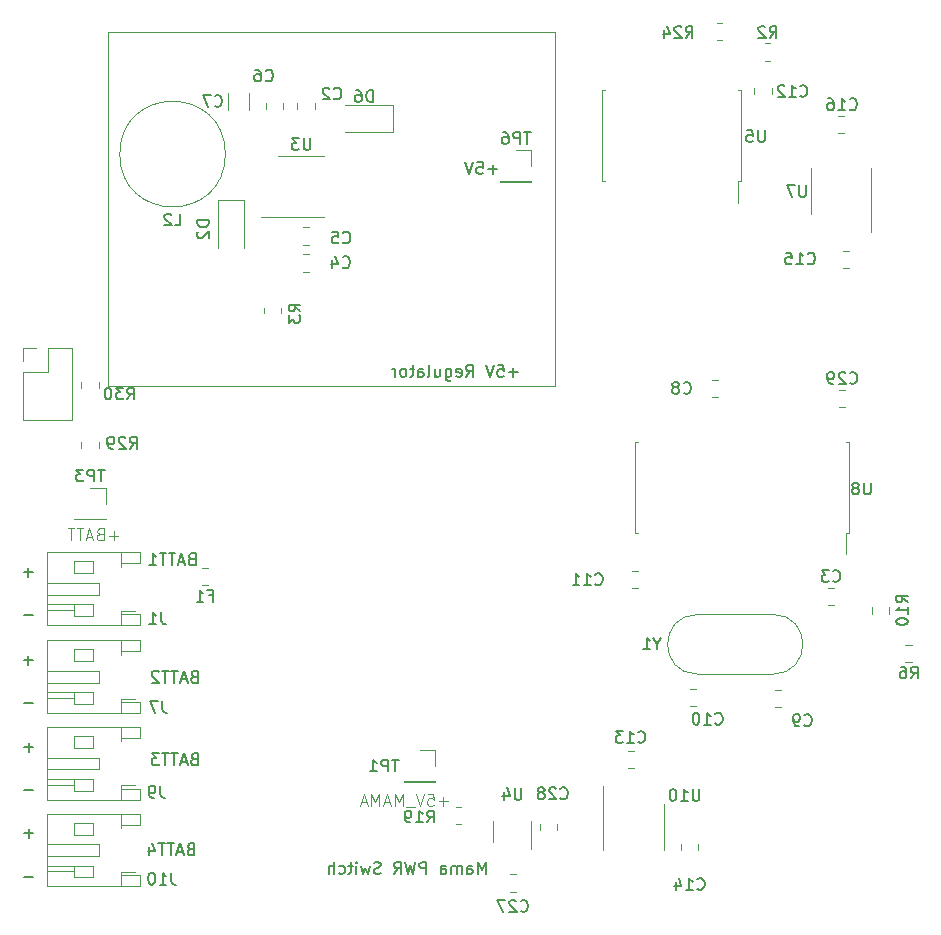
<source format=gbr>
G04 #@! TF.GenerationSoftware,KiCad,Pcbnew,(6.0.1)*
G04 #@! TF.CreationDate,2022-05-21T23:11:01-04:00*
G04 #@! TF.ProjectId,payload2020_papa_board,7061796c-6f61-4643-9230-32305f706170,rev?*
G04 #@! TF.SameCoordinates,Original*
G04 #@! TF.FileFunction,Legend,Bot*
G04 #@! TF.FilePolarity,Positive*
%FSLAX46Y46*%
G04 Gerber Fmt 4.6, Leading zero omitted, Abs format (unit mm)*
G04 Created by KiCad (PCBNEW (6.0.1)) date 2022-05-21 23:11:01*
%MOMM*%
%LPD*%
G01*
G04 APERTURE LIST*
%ADD10C,0.120000*%
%ADD11C,0.150000*%
%ADD12C,0.100000*%
G04 APERTURE END LIST*
D10*
X10160000Y-1905000D02*
X48006000Y-1905000D01*
X48006000Y-1905000D02*
X48006000Y-31877000D01*
X48006000Y-31877000D02*
X10160000Y-31877000D01*
X10160000Y-31877000D02*
X10160000Y-1905000D01*
D11*
X44885904Y-30678428D02*
X44124000Y-30678428D01*
X44504952Y-31059380D02*
X44504952Y-30297476D01*
X43171619Y-30059380D02*
X43647809Y-30059380D01*
X43695428Y-30535571D01*
X43647809Y-30487952D01*
X43552571Y-30440333D01*
X43314476Y-30440333D01*
X43219238Y-30487952D01*
X43171619Y-30535571D01*
X43124000Y-30630809D01*
X43124000Y-30868904D01*
X43171619Y-30964142D01*
X43219238Y-31011761D01*
X43314476Y-31059380D01*
X43552571Y-31059380D01*
X43647809Y-31011761D01*
X43695428Y-30964142D01*
X42838285Y-30059380D02*
X42504952Y-31059380D01*
X42171619Y-30059380D01*
X40504952Y-31059380D02*
X40838285Y-30583190D01*
X41076380Y-31059380D02*
X41076380Y-30059380D01*
X40695428Y-30059380D01*
X40600190Y-30107000D01*
X40552571Y-30154619D01*
X40504952Y-30249857D01*
X40504952Y-30392714D01*
X40552571Y-30487952D01*
X40600190Y-30535571D01*
X40695428Y-30583190D01*
X41076380Y-30583190D01*
X39695428Y-31011761D02*
X39790666Y-31059380D01*
X39981142Y-31059380D01*
X40076380Y-31011761D01*
X40124000Y-30916523D01*
X40124000Y-30535571D01*
X40076380Y-30440333D01*
X39981142Y-30392714D01*
X39790666Y-30392714D01*
X39695428Y-30440333D01*
X39647809Y-30535571D01*
X39647809Y-30630809D01*
X40124000Y-30726047D01*
X38790666Y-30392714D02*
X38790666Y-31202238D01*
X38838285Y-31297476D01*
X38885904Y-31345095D01*
X38981142Y-31392714D01*
X39124000Y-31392714D01*
X39219238Y-31345095D01*
X38790666Y-31011761D02*
X38885904Y-31059380D01*
X39076380Y-31059380D01*
X39171619Y-31011761D01*
X39219238Y-30964142D01*
X39266857Y-30868904D01*
X39266857Y-30583190D01*
X39219238Y-30487952D01*
X39171619Y-30440333D01*
X39076380Y-30392714D01*
X38885904Y-30392714D01*
X38790666Y-30440333D01*
X37885904Y-30392714D02*
X37885904Y-31059380D01*
X38314476Y-30392714D02*
X38314476Y-30916523D01*
X38266857Y-31011761D01*
X38171619Y-31059380D01*
X38028761Y-31059380D01*
X37933523Y-31011761D01*
X37885904Y-30964142D01*
X37266857Y-31059380D02*
X37362095Y-31011761D01*
X37409714Y-30916523D01*
X37409714Y-30059380D01*
X36457333Y-31059380D02*
X36457333Y-30535571D01*
X36504952Y-30440333D01*
X36600190Y-30392714D01*
X36790666Y-30392714D01*
X36885904Y-30440333D01*
X36457333Y-31011761D02*
X36552571Y-31059380D01*
X36790666Y-31059380D01*
X36885904Y-31011761D01*
X36933523Y-30916523D01*
X36933523Y-30821285D01*
X36885904Y-30726047D01*
X36790666Y-30678428D01*
X36552571Y-30678428D01*
X36457333Y-30630809D01*
X36124000Y-30392714D02*
X35743047Y-30392714D01*
X35981142Y-30059380D02*
X35981142Y-30916523D01*
X35933523Y-31011761D01*
X35838285Y-31059380D01*
X35743047Y-31059380D01*
X35266857Y-31059380D02*
X35362095Y-31011761D01*
X35409714Y-30964142D01*
X35457333Y-30868904D01*
X35457333Y-30583190D01*
X35409714Y-30487952D01*
X35362095Y-30440333D01*
X35266857Y-30392714D01*
X35124000Y-30392714D01*
X35028761Y-30440333D01*
X34981142Y-30487952D01*
X34933523Y-30583190D01*
X34933523Y-30868904D01*
X34981142Y-30964142D01*
X35028761Y-31011761D01*
X35124000Y-31059380D01*
X35266857Y-31059380D01*
X34504952Y-31059380D02*
X34504952Y-30392714D01*
X34504952Y-30583190D02*
X34457333Y-30487952D01*
X34409714Y-30440333D01*
X34314476Y-30392714D01*
X34219238Y-30392714D01*
X17165438Y-71048571D02*
X17022580Y-71096190D01*
X16974961Y-71143809D01*
X16927342Y-71239047D01*
X16927342Y-71381904D01*
X16974961Y-71477142D01*
X17022580Y-71524761D01*
X17117819Y-71572380D01*
X17498771Y-71572380D01*
X17498771Y-70572380D01*
X17165438Y-70572380D01*
X17070200Y-70620000D01*
X17022580Y-70667619D01*
X16974961Y-70762857D01*
X16974961Y-70858095D01*
X17022580Y-70953333D01*
X17070200Y-71000952D01*
X17165438Y-71048571D01*
X17498771Y-71048571D01*
X16546390Y-71286666D02*
X16070200Y-71286666D01*
X16641628Y-71572380D02*
X16308295Y-70572380D01*
X15974961Y-71572380D01*
X15784485Y-70572380D02*
X15213057Y-70572380D01*
X15498771Y-71572380D02*
X15498771Y-70572380D01*
X15022580Y-70572380D02*
X14451152Y-70572380D01*
X14736866Y-71572380D02*
X14736866Y-70572380D01*
X13689247Y-70905714D02*
X13689247Y-71572380D01*
X13927342Y-70524761D02*
X14165438Y-71239047D01*
X13546390Y-71239047D01*
X17470238Y-63428571D02*
X17327380Y-63476190D01*
X17279761Y-63523809D01*
X17232142Y-63619047D01*
X17232142Y-63761904D01*
X17279761Y-63857142D01*
X17327380Y-63904761D01*
X17422619Y-63952380D01*
X17803571Y-63952380D01*
X17803571Y-62952380D01*
X17470238Y-62952380D01*
X17375000Y-63000000D01*
X17327380Y-63047619D01*
X17279761Y-63142857D01*
X17279761Y-63238095D01*
X17327380Y-63333333D01*
X17375000Y-63380952D01*
X17470238Y-63428571D01*
X17803571Y-63428571D01*
X16851190Y-63666666D02*
X16375000Y-63666666D01*
X16946428Y-63952380D02*
X16613095Y-62952380D01*
X16279761Y-63952380D01*
X16089285Y-62952380D02*
X15517857Y-62952380D01*
X15803571Y-63952380D02*
X15803571Y-62952380D01*
X15327380Y-62952380D02*
X14755952Y-62952380D01*
X15041666Y-63952380D02*
X15041666Y-62952380D01*
X14517857Y-62952380D02*
X13898809Y-62952380D01*
X14232142Y-63333333D01*
X14089285Y-63333333D01*
X13994047Y-63380952D01*
X13946428Y-63428571D01*
X13898809Y-63523809D01*
X13898809Y-63761904D01*
X13946428Y-63857142D01*
X13994047Y-63904761D01*
X14089285Y-63952380D01*
X14375000Y-63952380D01*
X14470238Y-63904761D01*
X14517857Y-63857142D01*
X17470238Y-56443571D02*
X17327380Y-56491190D01*
X17279761Y-56538809D01*
X17232142Y-56634047D01*
X17232142Y-56776904D01*
X17279761Y-56872142D01*
X17327380Y-56919761D01*
X17422619Y-56967380D01*
X17803571Y-56967380D01*
X17803571Y-55967380D01*
X17470238Y-55967380D01*
X17375000Y-56015000D01*
X17327380Y-56062619D01*
X17279761Y-56157857D01*
X17279761Y-56253095D01*
X17327380Y-56348333D01*
X17375000Y-56395952D01*
X17470238Y-56443571D01*
X17803571Y-56443571D01*
X16851190Y-56681666D02*
X16375000Y-56681666D01*
X16946428Y-56967380D02*
X16613095Y-55967380D01*
X16279761Y-56967380D01*
X16089285Y-55967380D02*
X15517857Y-55967380D01*
X15803571Y-56967380D02*
X15803571Y-55967380D01*
X15327380Y-55967380D02*
X14755952Y-55967380D01*
X15041666Y-56967380D02*
X15041666Y-55967380D01*
X14470238Y-56062619D02*
X14422619Y-56015000D01*
X14327380Y-55967380D01*
X14089285Y-55967380D01*
X13994047Y-56015000D01*
X13946428Y-56062619D01*
X13898809Y-56157857D01*
X13898809Y-56253095D01*
X13946428Y-56395952D01*
X14517857Y-56967380D01*
X13898809Y-56967380D01*
X17267038Y-46486771D02*
X17124180Y-46534390D01*
X17076561Y-46582009D01*
X17028942Y-46677247D01*
X17028942Y-46820104D01*
X17076561Y-46915342D01*
X17124180Y-46962961D01*
X17219419Y-47010580D01*
X17600371Y-47010580D01*
X17600371Y-46010580D01*
X17267038Y-46010580D01*
X17171800Y-46058200D01*
X17124180Y-46105819D01*
X17076561Y-46201057D01*
X17076561Y-46296295D01*
X17124180Y-46391533D01*
X17171800Y-46439152D01*
X17267038Y-46486771D01*
X17600371Y-46486771D01*
X16647990Y-46724866D02*
X16171800Y-46724866D01*
X16743228Y-47010580D02*
X16409895Y-46010580D01*
X16076561Y-47010580D01*
X15886085Y-46010580D02*
X15314657Y-46010580D01*
X15600371Y-47010580D02*
X15600371Y-46010580D01*
X15124180Y-46010580D02*
X14552752Y-46010580D01*
X14838466Y-47010580D02*
X14838466Y-46010580D01*
X13695609Y-47010580D02*
X14267038Y-47010580D01*
X13981323Y-47010580D02*
X13981323Y-46010580D01*
X14076561Y-46153438D01*
X14171800Y-46248676D01*
X14267038Y-46296295D01*
X42177457Y-73147180D02*
X42177457Y-72147180D01*
X41844123Y-72861466D01*
X41510790Y-72147180D01*
X41510790Y-73147180D01*
X40606028Y-73147180D02*
X40606028Y-72623371D01*
X40653647Y-72528133D01*
X40748885Y-72480514D01*
X40939361Y-72480514D01*
X41034600Y-72528133D01*
X40606028Y-73099561D02*
X40701266Y-73147180D01*
X40939361Y-73147180D01*
X41034600Y-73099561D01*
X41082219Y-73004323D01*
X41082219Y-72909085D01*
X41034600Y-72813847D01*
X40939361Y-72766228D01*
X40701266Y-72766228D01*
X40606028Y-72718609D01*
X40129838Y-73147180D02*
X40129838Y-72480514D01*
X40129838Y-72575752D02*
X40082219Y-72528133D01*
X39986980Y-72480514D01*
X39844123Y-72480514D01*
X39748885Y-72528133D01*
X39701266Y-72623371D01*
X39701266Y-73147180D01*
X39701266Y-72623371D02*
X39653647Y-72528133D01*
X39558409Y-72480514D01*
X39415552Y-72480514D01*
X39320314Y-72528133D01*
X39272695Y-72623371D01*
X39272695Y-73147180D01*
X38367933Y-73147180D02*
X38367933Y-72623371D01*
X38415552Y-72528133D01*
X38510790Y-72480514D01*
X38701266Y-72480514D01*
X38796504Y-72528133D01*
X38367933Y-73099561D02*
X38463171Y-73147180D01*
X38701266Y-73147180D01*
X38796504Y-73099561D01*
X38844123Y-73004323D01*
X38844123Y-72909085D01*
X38796504Y-72813847D01*
X38701266Y-72766228D01*
X38463171Y-72766228D01*
X38367933Y-72718609D01*
X37129838Y-73147180D02*
X37129838Y-72147180D01*
X36748885Y-72147180D01*
X36653647Y-72194800D01*
X36606028Y-72242419D01*
X36558409Y-72337657D01*
X36558409Y-72480514D01*
X36606028Y-72575752D01*
X36653647Y-72623371D01*
X36748885Y-72670990D01*
X37129838Y-72670990D01*
X36225076Y-72147180D02*
X35986980Y-73147180D01*
X35796504Y-72432895D01*
X35606028Y-73147180D01*
X35367933Y-72147180D01*
X34415552Y-73147180D02*
X34748885Y-72670990D01*
X34986980Y-73147180D02*
X34986980Y-72147180D01*
X34606028Y-72147180D01*
X34510790Y-72194800D01*
X34463171Y-72242419D01*
X34415552Y-72337657D01*
X34415552Y-72480514D01*
X34463171Y-72575752D01*
X34510790Y-72623371D01*
X34606028Y-72670990D01*
X34986980Y-72670990D01*
X33272695Y-73099561D02*
X33129838Y-73147180D01*
X32891742Y-73147180D01*
X32796504Y-73099561D01*
X32748885Y-73051942D01*
X32701266Y-72956704D01*
X32701266Y-72861466D01*
X32748885Y-72766228D01*
X32796504Y-72718609D01*
X32891742Y-72670990D01*
X33082219Y-72623371D01*
X33177457Y-72575752D01*
X33225076Y-72528133D01*
X33272695Y-72432895D01*
X33272695Y-72337657D01*
X33225076Y-72242419D01*
X33177457Y-72194800D01*
X33082219Y-72147180D01*
X32844123Y-72147180D01*
X32701266Y-72194800D01*
X32367933Y-72480514D02*
X32177457Y-73147180D01*
X31986980Y-72670990D01*
X31796504Y-73147180D01*
X31606028Y-72480514D01*
X31225076Y-73147180D02*
X31225076Y-72480514D01*
X31225076Y-72147180D02*
X31272695Y-72194800D01*
X31225076Y-72242419D01*
X31177457Y-72194800D01*
X31225076Y-72147180D01*
X31225076Y-72242419D01*
X30891742Y-72480514D02*
X30510790Y-72480514D01*
X30748885Y-72147180D02*
X30748885Y-73004323D01*
X30701266Y-73099561D01*
X30606028Y-73147180D01*
X30510790Y-73147180D01*
X29748885Y-73099561D02*
X29844123Y-73147180D01*
X30034600Y-73147180D01*
X30129838Y-73099561D01*
X30177457Y-73051942D01*
X30225076Y-72956704D01*
X30225076Y-72670990D01*
X30177457Y-72575752D01*
X30129838Y-72528133D01*
X30034600Y-72480514D01*
X29844123Y-72480514D01*
X29748885Y-72528133D01*
X29320314Y-73147180D02*
X29320314Y-72147180D01*
X28891742Y-73147180D02*
X28891742Y-72623371D01*
X28939361Y-72528133D01*
X29034600Y-72480514D01*
X29177457Y-72480514D01*
X29272695Y-72528133D01*
X29320314Y-72575752D01*
X3807952Y-55082428D02*
X3046047Y-55082428D01*
X3427000Y-55463380D02*
X3427000Y-54701476D01*
X3807952Y-58682428D02*
X3046047Y-58682428D01*
X3857952Y-62432428D02*
X3096047Y-62432428D01*
X3477000Y-62813380D02*
X3477000Y-62051476D01*
X3857952Y-66032428D02*
X3096047Y-66032428D01*
X3857952Y-69732428D02*
X3096047Y-69732428D01*
X3477000Y-70113380D02*
X3477000Y-69351476D01*
D12*
X11048428Y-44521428D02*
X10286523Y-44521428D01*
X10667476Y-44902380D02*
X10667476Y-44140476D01*
X9477000Y-44378571D02*
X9334142Y-44426190D01*
X9286523Y-44473809D01*
X9238904Y-44569047D01*
X9238904Y-44711904D01*
X9286523Y-44807142D01*
X9334142Y-44854761D01*
X9429380Y-44902380D01*
X9810333Y-44902380D01*
X9810333Y-43902380D01*
X9477000Y-43902380D01*
X9381761Y-43950000D01*
X9334142Y-43997619D01*
X9286523Y-44092857D01*
X9286523Y-44188095D01*
X9334142Y-44283333D01*
X9381761Y-44330952D01*
X9477000Y-44378571D01*
X9810333Y-44378571D01*
X8857952Y-44616666D02*
X8381761Y-44616666D01*
X8953190Y-44902380D02*
X8619857Y-43902380D01*
X8286523Y-44902380D01*
X8096047Y-43902380D02*
X7524619Y-43902380D01*
X7810333Y-44902380D02*
X7810333Y-43902380D01*
X7334142Y-43902380D02*
X6762714Y-43902380D01*
X7048428Y-44902380D02*
X7048428Y-43902380D01*
D11*
X3807952Y-51232428D02*
X3046047Y-51232428D01*
D12*
X38972666Y-67000428D02*
X38210761Y-67000428D01*
X38591714Y-67381380D02*
X38591714Y-66619476D01*
X37258380Y-66381380D02*
X37734571Y-66381380D01*
X37782190Y-66857571D01*
X37734571Y-66809952D01*
X37639333Y-66762333D01*
X37401238Y-66762333D01*
X37306000Y-66809952D01*
X37258380Y-66857571D01*
X37210761Y-66952809D01*
X37210761Y-67190904D01*
X37258380Y-67286142D01*
X37306000Y-67333761D01*
X37401238Y-67381380D01*
X37639333Y-67381380D01*
X37734571Y-67333761D01*
X37782190Y-67286142D01*
X36925047Y-66381380D02*
X36591714Y-67381380D01*
X36258380Y-66381380D01*
X36163142Y-67476619D02*
X35401238Y-67476619D01*
X35163142Y-67381380D02*
X35163142Y-66381380D01*
X34829809Y-67095666D01*
X34496476Y-66381380D01*
X34496476Y-67381380D01*
X34067904Y-67095666D02*
X33591714Y-67095666D01*
X34163142Y-67381380D02*
X33829809Y-66381380D01*
X33496476Y-67381380D01*
X33163142Y-67381380D02*
X33163142Y-66381380D01*
X32829809Y-67095666D01*
X32496476Y-66381380D01*
X32496476Y-67381380D01*
X32067904Y-67095666D02*
X31591714Y-67095666D01*
X32163142Y-67381380D02*
X31829809Y-66381380D01*
X31496476Y-67381380D01*
D11*
X3807952Y-47632428D02*
X3046047Y-47632428D01*
X3427000Y-48013380D02*
X3427000Y-47251476D01*
X43144914Y-13508028D02*
X42383009Y-13508028D01*
X42763961Y-13888980D02*
X42763961Y-13127076D01*
X41430628Y-12888980D02*
X41906819Y-12888980D01*
X41954438Y-13365171D01*
X41906819Y-13317552D01*
X41811580Y-13269933D01*
X41573485Y-13269933D01*
X41478247Y-13317552D01*
X41430628Y-13365171D01*
X41383009Y-13460409D01*
X41383009Y-13698504D01*
X41430628Y-13793742D01*
X41478247Y-13841361D01*
X41573485Y-13888980D01*
X41811580Y-13888980D01*
X41906819Y-13841361D01*
X41954438Y-13793742D01*
X41097295Y-12888980D02*
X40763961Y-13888980D01*
X40430628Y-12888980D01*
X3857952Y-73382428D02*
X3096047Y-73382428D01*
X69146666Y-60547142D02*
X69194285Y-60594761D01*
X69337142Y-60642380D01*
X69432380Y-60642380D01*
X69575238Y-60594761D01*
X69670476Y-60499523D01*
X69718095Y-60404285D01*
X69765714Y-60213809D01*
X69765714Y-60070952D01*
X69718095Y-59880476D01*
X69670476Y-59785238D01*
X69575238Y-59690000D01*
X69432380Y-59642380D01*
X69337142Y-59642380D01*
X69194285Y-59690000D01*
X69146666Y-59737619D01*
X68670476Y-60642380D02*
X68480000Y-60642380D01*
X68384761Y-60594761D01*
X68337142Y-60547142D01*
X68241904Y-60404285D01*
X68194285Y-60213809D01*
X68194285Y-59832857D01*
X68241904Y-59737619D01*
X68289523Y-59690000D01*
X68384761Y-59642380D01*
X68575238Y-59642380D01*
X68670476Y-59690000D01*
X68718095Y-59737619D01*
X68765714Y-59832857D01*
X68765714Y-60070952D01*
X68718095Y-60166190D01*
X68670476Y-60213809D01*
X68575238Y-60261428D01*
X68384761Y-60261428D01*
X68289523Y-60213809D01*
X68241904Y-60166190D01*
X68194285Y-60070952D01*
X61602857Y-60417142D02*
X61650476Y-60464761D01*
X61793333Y-60512380D01*
X61888571Y-60512380D01*
X62031428Y-60464761D01*
X62126666Y-60369523D01*
X62174285Y-60274285D01*
X62221904Y-60083809D01*
X62221904Y-59940952D01*
X62174285Y-59750476D01*
X62126666Y-59655238D01*
X62031428Y-59560000D01*
X61888571Y-59512380D01*
X61793333Y-59512380D01*
X61650476Y-59560000D01*
X61602857Y-59607619D01*
X60650476Y-60512380D02*
X61221904Y-60512380D01*
X60936190Y-60512380D02*
X60936190Y-59512380D01*
X61031428Y-59655238D01*
X61126666Y-59750476D01*
X61221904Y-59798095D01*
X60031428Y-59512380D02*
X59936190Y-59512380D01*
X59840952Y-59560000D01*
X59793333Y-59607619D01*
X59745714Y-59702857D01*
X59698095Y-59893333D01*
X59698095Y-60131428D01*
X59745714Y-60321904D01*
X59793333Y-60417142D01*
X59840952Y-60464761D01*
X59936190Y-60512380D01*
X60031428Y-60512380D01*
X60126666Y-60464761D01*
X60174285Y-60417142D01*
X60221904Y-60321904D01*
X60269523Y-60131428D01*
X60269523Y-59893333D01*
X60221904Y-59702857D01*
X60174285Y-59607619D01*
X60126666Y-59560000D01*
X60031428Y-59512380D01*
X60260075Y-65967040D02*
X60260075Y-66776564D01*
X60212456Y-66871802D01*
X60164837Y-66919421D01*
X60069599Y-66967040D01*
X59879122Y-66967040D01*
X59783884Y-66919421D01*
X59736265Y-66871802D01*
X59688646Y-66776564D01*
X59688646Y-65967040D01*
X58688646Y-66967040D02*
X59260075Y-66967040D01*
X58974360Y-66967040D02*
X58974360Y-65967040D01*
X59069599Y-66109898D01*
X59164837Y-66205136D01*
X59260075Y-66252755D01*
X58069599Y-65967040D02*
X57974360Y-65967040D01*
X57879122Y-66014660D01*
X57831503Y-66062279D01*
X57783884Y-66157517D01*
X57736265Y-66347993D01*
X57736265Y-66586088D01*
X57783884Y-66776564D01*
X57831503Y-66871802D01*
X57879122Y-66919421D01*
X57974360Y-66967040D01*
X58069599Y-66967040D01*
X58164837Y-66919421D01*
X58212456Y-66871802D01*
X58260075Y-66776564D01*
X58307694Y-66586088D01*
X58307694Y-66347993D01*
X58260075Y-66157517D01*
X58212456Y-66062279D01*
X58164837Y-66014660D01*
X58069599Y-65967040D01*
X18740380Y-17823904D02*
X17740380Y-17823904D01*
X17740380Y-18062000D01*
X17788000Y-18204857D01*
X17883238Y-18300095D01*
X17978476Y-18347714D01*
X18168952Y-18395333D01*
X18311809Y-18395333D01*
X18502285Y-18347714D01*
X18597523Y-18300095D01*
X18692761Y-18204857D01*
X18740380Y-18062000D01*
X18740380Y-17823904D01*
X17835619Y-18776285D02*
X17788000Y-18823904D01*
X17740380Y-18919142D01*
X17740380Y-19157238D01*
X17788000Y-19252476D01*
X17835619Y-19300095D01*
X17930857Y-19347714D01*
X18026095Y-19347714D01*
X18168952Y-19300095D01*
X18740380Y-18728666D01*
X18740380Y-19347714D01*
X15824166Y-18252380D02*
X16300357Y-18252380D01*
X16300357Y-17252380D01*
X15538452Y-17347619D02*
X15490833Y-17300000D01*
X15395595Y-17252380D01*
X15157500Y-17252380D01*
X15062261Y-17300000D01*
X15014642Y-17347619D01*
X14967023Y-17442857D01*
X14967023Y-17538095D01*
X15014642Y-17680952D01*
X15586071Y-18252380D01*
X14967023Y-18252380D01*
X30047266Y-21771342D02*
X30094885Y-21818961D01*
X30237742Y-21866580D01*
X30332980Y-21866580D01*
X30475838Y-21818961D01*
X30571076Y-21723723D01*
X30618695Y-21628485D01*
X30666314Y-21438009D01*
X30666314Y-21295152D01*
X30618695Y-21104676D01*
X30571076Y-21009438D01*
X30475838Y-20914200D01*
X30332980Y-20866580D01*
X30237742Y-20866580D01*
X30094885Y-20914200D01*
X30047266Y-20961819D01*
X29190123Y-21199914D02*
X29190123Y-21866580D01*
X29428219Y-20818961D02*
X29666314Y-21533247D01*
X29047266Y-21533247D01*
X30069186Y-19679242D02*
X30116805Y-19726861D01*
X30259662Y-19774480D01*
X30354900Y-19774480D01*
X30497758Y-19726861D01*
X30592996Y-19631623D01*
X30640615Y-19536385D01*
X30688234Y-19345909D01*
X30688234Y-19203052D01*
X30640615Y-19012576D01*
X30592996Y-18917338D01*
X30497758Y-18822100D01*
X30354900Y-18774480D01*
X30259662Y-18774480D01*
X30116805Y-18822100D01*
X30069186Y-18869719D01*
X29164424Y-18774480D02*
X29640615Y-18774480D01*
X29688234Y-19250671D01*
X29640615Y-19203052D01*
X29545377Y-19155433D01*
X29307281Y-19155433D01*
X29212043Y-19203052D01*
X29164424Y-19250671D01*
X29116805Y-19345909D01*
X29116805Y-19584004D01*
X29164424Y-19679242D01*
X29212043Y-19726861D01*
X29307281Y-19774480D01*
X29545377Y-19774480D01*
X29640615Y-19726861D01*
X29688234Y-19679242D01*
X23534666Y-5965142D02*
X23582285Y-6012761D01*
X23725142Y-6060380D01*
X23820380Y-6060380D01*
X23963238Y-6012761D01*
X24058476Y-5917523D01*
X24106095Y-5822285D01*
X24153714Y-5631809D01*
X24153714Y-5488952D01*
X24106095Y-5298476D01*
X24058476Y-5203238D01*
X23963238Y-5108000D01*
X23820380Y-5060380D01*
X23725142Y-5060380D01*
X23582285Y-5108000D01*
X23534666Y-5155619D01*
X22677523Y-5060380D02*
X22868000Y-5060380D01*
X22963238Y-5108000D01*
X23010857Y-5155619D01*
X23106095Y-5298476D01*
X23153714Y-5488952D01*
X23153714Y-5869904D01*
X23106095Y-5965142D01*
X23058476Y-6012761D01*
X22963238Y-6060380D01*
X22772761Y-6060380D01*
X22677523Y-6012761D01*
X22629904Y-5965142D01*
X22582285Y-5869904D01*
X22582285Y-5631809D01*
X22629904Y-5536571D01*
X22677523Y-5488952D01*
X22772761Y-5441333D01*
X22963238Y-5441333D01*
X23058476Y-5488952D01*
X23106095Y-5536571D01*
X23153714Y-5631809D01*
X27329404Y-10862380D02*
X27329404Y-11671904D01*
X27281785Y-11767142D01*
X27234166Y-11814761D01*
X27138928Y-11862380D01*
X26948452Y-11862380D01*
X26853214Y-11814761D01*
X26805595Y-11767142D01*
X26757976Y-11671904D01*
X26757976Y-10862380D01*
X26377023Y-10862380D02*
X25757976Y-10862380D01*
X26091309Y-11243333D01*
X25948452Y-11243333D01*
X25853214Y-11290952D01*
X25805595Y-11338571D01*
X25757976Y-11433809D01*
X25757976Y-11671904D01*
X25805595Y-11767142D01*
X25853214Y-11814761D01*
X25948452Y-11862380D01*
X26234166Y-11862380D01*
X26329404Y-11814761D01*
X26377023Y-11767142D01*
X45118257Y-76272342D02*
X45165876Y-76319961D01*
X45308733Y-76367580D01*
X45403971Y-76367580D01*
X45546828Y-76319961D01*
X45642066Y-76224723D01*
X45689685Y-76129485D01*
X45737304Y-75939009D01*
X45737304Y-75796152D01*
X45689685Y-75605676D01*
X45642066Y-75510438D01*
X45546828Y-75415200D01*
X45403971Y-75367580D01*
X45308733Y-75367580D01*
X45165876Y-75415200D01*
X45118257Y-75462819D01*
X44737304Y-75462819D02*
X44689685Y-75415200D01*
X44594447Y-75367580D01*
X44356352Y-75367580D01*
X44261114Y-75415200D01*
X44213495Y-75462819D01*
X44165876Y-75558057D01*
X44165876Y-75653295D01*
X44213495Y-75796152D01*
X44784923Y-76367580D01*
X44165876Y-76367580D01*
X43832542Y-75367580D02*
X43165876Y-75367580D01*
X43594447Y-76367580D01*
X48487012Y-66737768D02*
X48534631Y-66785387D01*
X48677488Y-66833006D01*
X48772726Y-66833006D01*
X48915583Y-66785387D01*
X49010821Y-66690149D01*
X49058440Y-66594911D01*
X49106059Y-66404435D01*
X49106059Y-66261578D01*
X49058440Y-66071102D01*
X49010821Y-65975864D01*
X48915583Y-65880626D01*
X48772726Y-65833006D01*
X48677488Y-65833006D01*
X48534631Y-65880626D01*
X48487012Y-65928245D01*
X48106059Y-65928245D02*
X48058440Y-65880626D01*
X47963202Y-65833006D01*
X47725107Y-65833006D01*
X47629869Y-65880626D01*
X47582250Y-65928245D01*
X47534631Y-66023483D01*
X47534631Y-66118721D01*
X47582250Y-66261578D01*
X48153678Y-66833006D01*
X47534631Y-66833006D01*
X46963202Y-66261578D02*
X47058440Y-66213959D01*
X47106059Y-66166340D01*
X47153678Y-66071102D01*
X47153678Y-66023483D01*
X47106059Y-65928245D01*
X47058440Y-65880626D01*
X46963202Y-65833006D01*
X46772726Y-65833006D01*
X46677488Y-65880626D01*
X46629869Y-65928245D01*
X46582250Y-66023483D01*
X46582250Y-66071102D01*
X46629869Y-66166340D01*
X46677488Y-66213959D01*
X46772726Y-66261578D01*
X46963202Y-66261578D01*
X47058440Y-66309197D01*
X47106059Y-66356816D01*
X47153678Y-66452054D01*
X47153678Y-66642530D01*
X47106059Y-66737768D01*
X47058440Y-66785387D01*
X46963202Y-66833006D01*
X46772726Y-66833006D01*
X46677488Y-66785387D01*
X46629869Y-66737768D01*
X46582250Y-66642530D01*
X46582250Y-66452054D01*
X46629869Y-66356816D01*
X46677488Y-66309197D01*
X46772726Y-66261578D01*
X45186504Y-65867980D02*
X45186504Y-66677504D01*
X45138885Y-66772742D01*
X45091266Y-66820361D01*
X44996028Y-66867980D01*
X44805552Y-66867980D01*
X44710314Y-66820361D01*
X44662695Y-66772742D01*
X44615076Y-66677504D01*
X44615076Y-65867980D01*
X43710314Y-66201314D02*
X43710314Y-66867980D01*
X43948409Y-65820361D02*
X44186504Y-66534647D01*
X43567457Y-66534647D01*
X55069977Y-61956902D02*
X55117596Y-62004521D01*
X55260453Y-62052140D01*
X55355691Y-62052140D01*
X55498548Y-62004521D01*
X55593786Y-61909283D01*
X55641405Y-61814045D01*
X55689024Y-61623569D01*
X55689024Y-61480712D01*
X55641405Y-61290236D01*
X55593786Y-61194998D01*
X55498548Y-61099760D01*
X55355691Y-61052140D01*
X55260453Y-61052140D01*
X55117596Y-61099760D01*
X55069977Y-61147379D01*
X54117596Y-62052140D02*
X54689024Y-62052140D01*
X54403310Y-62052140D02*
X54403310Y-61052140D01*
X54498548Y-61194998D01*
X54593786Y-61290236D01*
X54689024Y-61337855D01*
X53784262Y-61052140D02*
X53165215Y-61052140D01*
X53498548Y-61433093D01*
X53355691Y-61433093D01*
X53260453Y-61480712D01*
X53212834Y-61528331D01*
X53165215Y-61623569D01*
X53165215Y-61861664D01*
X53212834Y-61956902D01*
X53260453Y-62004521D01*
X53355691Y-62052140D01*
X53641405Y-62052140D01*
X53736643Y-62004521D01*
X53784262Y-61956902D01*
X56701190Y-53676190D02*
X56701190Y-54152380D01*
X57034523Y-53152380D02*
X56701190Y-53676190D01*
X56367857Y-53152380D01*
X55510714Y-54152380D02*
X56082142Y-54152380D01*
X55796428Y-54152380D02*
X55796428Y-53152380D01*
X55891666Y-53295238D01*
X55986904Y-53390476D01*
X56082142Y-53438095D01*
X60078857Y-74418142D02*
X60126476Y-74465761D01*
X60269333Y-74513380D01*
X60364571Y-74513380D01*
X60507428Y-74465761D01*
X60602666Y-74370523D01*
X60650285Y-74275285D01*
X60697904Y-74084809D01*
X60697904Y-73941952D01*
X60650285Y-73751476D01*
X60602666Y-73656238D01*
X60507428Y-73561000D01*
X60364571Y-73513380D01*
X60269333Y-73513380D01*
X60126476Y-73561000D01*
X60078857Y-73608619D01*
X59126476Y-74513380D02*
X59697904Y-74513380D01*
X59412190Y-74513380D02*
X59412190Y-73513380D01*
X59507428Y-73656238D01*
X59602666Y-73751476D01*
X59697904Y-73799095D01*
X58269333Y-73846714D02*
X58269333Y-74513380D01*
X58507428Y-73465761D02*
X58745523Y-74180047D01*
X58126476Y-74180047D01*
X65801144Y-10181020D02*
X65801144Y-10990544D01*
X65753525Y-11085782D01*
X65705906Y-11133401D01*
X65610668Y-11181020D01*
X65420192Y-11181020D01*
X65324954Y-11133401D01*
X65277335Y-11085782D01*
X65229716Y-10990544D01*
X65229716Y-10181020D01*
X64277335Y-10181020D02*
X64753525Y-10181020D01*
X64801144Y-10657211D01*
X64753525Y-10609592D01*
X64658287Y-10561973D01*
X64420192Y-10561973D01*
X64324954Y-10609592D01*
X64277335Y-10657211D01*
X64229716Y-10752449D01*
X64229716Y-10990544D01*
X64277335Y-11085782D01*
X64324954Y-11133401D01*
X64420192Y-11181020D01*
X64658287Y-11181020D01*
X64753525Y-11133401D01*
X64801144Y-11085782D01*
X59102737Y-2382460D02*
X59436070Y-1906270D01*
X59674165Y-2382460D02*
X59674165Y-1382460D01*
X59293213Y-1382460D01*
X59197975Y-1430080D01*
X59150356Y-1477699D01*
X59102737Y-1572937D01*
X59102737Y-1715794D01*
X59150356Y-1811032D01*
X59197975Y-1858651D01*
X59293213Y-1906270D01*
X59674165Y-1906270D01*
X58721784Y-1477699D02*
X58674165Y-1430080D01*
X58578927Y-1382460D01*
X58340832Y-1382460D01*
X58245594Y-1430080D01*
X58197975Y-1477699D01*
X58150356Y-1572937D01*
X58150356Y-1668175D01*
X58197975Y-1811032D01*
X58769403Y-2382460D01*
X58150356Y-2382460D01*
X57293213Y-1715794D02*
X57293213Y-2382460D01*
X57531308Y-1334841D02*
X57769403Y-2049127D01*
X57150356Y-2049127D01*
X69270784Y-14829220D02*
X69270784Y-15638744D01*
X69223165Y-15733982D01*
X69175546Y-15781601D01*
X69080308Y-15829220D01*
X68889832Y-15829220D01*
X68794594Y-15781601D01*
X68746975Y-15733982D01*
X68699356Y-15638744D01*
X68699356Y-14829220D01*
X68318403Y-14829220D02*
X67651737Y-14829220D01*
X68080308Y-15829220D01*
X68787657Y-7269942D02*
X68835276Y-7317561D01*
X68978133Y-7365180D01*
X69073371Y-7365180D01*
X69216228Y-7317561D01*
X69311466Y-7222323D01*
X69359085Y-7127085D01*
X69406704Y-6936609D01*
X69406704Y-6793752D01*
X69359085Y-6603276D01*
X69311466Y-6508038D01*
X69216228Y-6412800D01*
X69073371Y-6365180D01*
X68978133Y-6365180D01*
X68835276Y-6412800D01*
X68787657Y-6460419D01*
X67835276Y-7365180D02*
X68406704Y-7365180D01*
X68120990Y-7365180D02*
X68120990Y-6365180D01*
X68216228Y-6508038D01*
X68311466Y-6603276D01*
X68406704Y-6650895D01*
X67454323Y-6460419D02*
X67406704Y-6412800D01*
X67311466Y-6365180D01*
X67073371Y-6365180D01*
X66978133Y-6412800D01*
X66930514Y-6460419D01*
X66882895Y-6555657D01*
X66882895Y-6650895D01*
X66930514Y-6793752D01*
X67501942Y-7365180D01*
X66882895Y-7365180D01*
X72974437Y-8390842D02*
X73022056Y-8438461D01*
X73164913Y-8486080D01*
X73260151Y-8486080D01*
X73403008Y-8438461D01*
X73498246Y-8343223D01*
X73545865Y-8247985D01*
X73593484Y-8057509D01*
X73593484Y-7914652D01*
X73545865Y-7724176D01*
X73498246Y-7628938D01*
X73403008Y-7533700D01*
X73260151Y-7486080D01*
X73164913Y-7486080D01*
X73022056Y-7533700D01*
X72974437Y-7581319D01*
X72022056Y-8486080D02*
X72593484Y-8486080D01*
X72307770Y-8486080D02*
X72307770Y-7486080D01*
X72403008Y-7628938D01*
X72498246Y-7724176D01*
X72593484Y-7771795D01*
X71164913Y-7486080D02*
X71355389Y-7486080D01*
X71450627Y-7533700D01*
X71498246Y-7581319D01*
X71593484Y-7724176D01*
X71641103Y-7914652D01*
X71641103Y-8295604D01*
X71593484Y-8390842D01*
X71545865Y-8438461D01*
X71450627Y-8486080D01*
X71260151Y-8486080D01*
X71164913Y-8438461D01*
X71117294Y-8390842D01*
X71069675Y-8295604D01*
X71069675Y-8057509D01*
X71117294Y-7962271D01*
X71164913Y-7914652D01*
X71260151Y-7867033D01*
X71450627Y-7867033D01*
X71545865Y-7914652D01*
X71593484Y-7962271D01*
X71641103Y-8057509D01*
X69422657Y-21448222D02*
X69470276Y-21495841D01*
X69613133Y-21543460D01*
X69708371Y-21543460D01*
X69851228Y-21495841D01*
X69946466Y-21400603D01*
X69994085Y-21305365D01*
X70041704Y-21114889D01*
X70041704Y-20972032D01*
X69994085Y-20781556D01*
X69946466Y-20686318D01*
X69851228Y-20591080D01*
X69708371Y-20543460D01*
X69613133Y-20543460D01*
X69470276Y-20591080D01*
X69422657Y-20638699D01*
X68470276Y-21543460D02*
X69041704Y-21543460D01*
X68755990Y-21543460D02*
X68755990Y-20543460D01*
X68851228Y-20686318D01*
X68946466Y-20781556D01*
X69041704Y-20829175D01*
X67565514Y-20543460D02*
X68041704Y-20543460D01*
X68089323Y-21019651D01*
X68041704Y-20972032D01*
X67946466Y-20924413D01*
X67708371Y-20924413D01*
X67613133Y-20972032D01*
X67565514Y-21019651D01*
X67517895Y-21114889D01*
X67517895Y-21352984D01*
X67565514Y-21448222D01*
X67613133Y-21495841D01*
X67708371Y-21543460D01*
X67946466Y-21543460D01*
X68041704Y-21495841D01*
X68089323Y-21448222D01*
X71553666Y-48342742D02*
X71601285Y-48390361D01*
X71744142Y-48437980D01*
X71839380Y-48437980D01*
X71982238Y-48390361D01*
X72077476Y-48295123D01*
X72125095Y-48199885D01*
X72172714Y-48009409D01*
X72172714Y-47866552D01*
X72125095Y-47676076D01*
X72077476Y-47580838D01*
X71982238Y-47485600D01*
X71839380Y-47437980D01*
X71744142Y-47437980D01*
X71601285Y-47485600D01*
X71553666Y-47533219D01*
X71220333Y-47437980D02*
X70601285Y-47437980D01*
X70934619Y-47818933D01*
X70791761Y-47818933D01*
X70696523Y-47866552D01*
X70648904Y-47914171D01*
X70601285Y-48009409D01*
X70601285Y-48247504D01*
X70648904Y-48342742D01*
X70696523Y-48390361D01*
X70791761Y-48437980D01*
X71077476Y-48437980D01*
X71172714Y-48390361D01*
X71220333Y-48342742D01*
X58916666Y-32432142D02*
X58964285Y-32479761D01*
X59107142Y-32527380D01*
X59202380Y-32527380D01*
X59345238Y-32479761D01*
X59440476Y-32384523D01*
X59488095Y-32289285D01*
X59535714Y-32098809D01*
X59535714Y-31955952D01*
X59488095Y-31765476D01*
X59440476Y-31670238D01*
X59345238Y-31575000D01*
X59202380Y-31527380D01*
X59107142Y-31527380D01*
X58964285Y-31575000D01*
X58916666Y-31622619D01*
X58345238Y-31955952D02*
X58440476Y-31908333D01*
X58488095Y-31860714D01*
X58535714Y-31765476D01*
X58535714Y-31717857D01*
X58488095Y-31622619D01*
X58440476Y-31575000D01*
X58345238Y-31527380D01*
X58154761Y-31527380D01*
X58059523Y-31575000D01*
X58011904Y-31622619D01*
X57964285Y-31717857D01*
X57964285Y-31765476D01*
X58011904Y-31860714D01*
X58059523Y-31908333D01*
X58154761Y-31955952D01*
X58345238Y-31955952D01*
X58440476Y-32003571D01*
X58488095Y-32051190D01*
X58535714Y-32146428D01*
X58535714Y-32336904D01*
X58488095Y-32432142D01*
X58440476Y-32479761D01*
X58345238Y-32527380D01*
X58154761Y-32527380D01*
X58059523Y-32479761D01*
X58011904Y-32432142D01*
X57964285Y-32336904D01*
X57964285Y-32146428D01*
X58011904Y-32051190D01*
X58059523Y-32003571D01*
X58154761Y-31955952D01*
X51442857Y-48617142D02*
X51490476Y-48664761D01*
X51633333Y-48712380D01*
X51728571Y-48712380D01*
X51871428Y-48664761D01*
X51966666Y-48569523D01*
X52014285Y-48474285D01*
X52061904Y-48283809D01*
X52061904Y-48140952D01*
X52014285Y-47950476D01*
X51966666Y-47855238D01*
X51871428Y-47760000D01*
X51728571Y-47712380D01*
X51633333Y-47712380D01*
X51490476Y-47760000D01*
X51442857Y-47807619D01*
X50490476Y-48712380D02*
X51061904Y-48712380D01*
X50776190Y-48712380D02*
X50776190Y-47712380D01*
X50871428Y-47855238D01*
X50966666Y-47950476D01*
X51061904Y-47998095D01*
X49538095Y-48712380D02*
X50109523Y-48712380D01*
X49823809Y-48712380D02*
X49823809Y-47712380D01*
X49919047Y-47855238D01*
X50014285Y-47950476D01*
X50109523Y-47998095D01*
X72995057Y-31578742D02*
X73042676Y-31626361D01*
X73185533Y-31673980D01*
X73280771Y-31673980D01*
X73423628Y-31626361D01*
X73518866Y-31531123D01*
X73566485Y-31435885D01*
X73614104Y-31245409D01*
X73614104Y-31102552D01*
X73566485Y-30912076D01*
X73518866Y-30816838D01*
X73423628Y-30721600D01*
X73280771Y-30673980D01*
X73185533Y-30673980D01*
X73042676Y-30721600D01*
X72995057Y-30769219D01*
X72614104Y-30769219D02*
X72566485Y-30721600D01*
X72471247Y-30673980D01*
X72233152Y-30673980D01*
X72137914Y-30721600D01*
X72090295Y-30769219D01*
X72042676Y-30864457D01*
X72042676Y-30959695D01*
X72090295Y-31102552D01*
X72661723Y-31673980D01*
X72042676Y-31673980D01*
X71566485Y-31673980D02*
X71376009Y-31673980D01*
X71280771Y-31626361D01*
X71233152Y-31578742D01*
X71137914Y-31435885D01*
X71090295Y-31245409D01*
X71090295Y-30864457D01*
X71137914Y-30769219D01*
X71185533Y-30721600D01*
X71280771Y-30673980D01*
X71471247Y-30673980D01*
X71566485Y-30721600D01*
X71614104Y-30769219D01*
X71661723Y-30864457D01*
X71661723Y-31102552D01*
X71614104Y-31197790D01*
X71566485Y-31245409D01*
X71471247Y-31293028D01*
X71280771Y-31293028D01*
X71185533Y-31245409D01*
X71137914Y-31197790D01*
X71090295Y-31102552D01*
X78166666Y-56602380D02*
X78500000Y-56126190D01*
X78738095Y-56602380D02*
X78738095Y-55602380D01*
X78357142Y-55602380D01*
X78261904Y-55650000D01*
X78214285Y-55697619D01*
X78166666Y-55792857D01*
X78166666Y-55935714D01*
X78214285Y-56030952D01*
X78261904Y-56078571D01*
X78357142Y-56126190D01*
X78738095Y-56126190D01*
X77309523Y-55602380D02*
X77500000Y-55602380D01*
X77595238Y-55650000D01*
X77642857Y-55697619D01*
X77738095Y-55840476D01*
X77785714Y-56030952D01*
X77785714Y-56411904D01*
X77738095Y-56507142D01*
X77690476Y-56554761D01*
X77595238Y-56602380D01*
X77404761Y-56602380D01*
X77309523Y-56554761D01*
X77261904Y-56507142D01*
X77214285Y-56411904D01*
X77214285Y-56173809D01*
X77261904Y-56078571D01*
X77309523Y-56030952D01*
X77404761Y-55983333D01*
X77595238Y-55983333D01*
X77690476Y-56030952D01*
X77738095Y-56078571D01*
X77785714Y-56173809D01*
X77922380Y-50157142D02*
X77446190Y-49823809D01*
X77922380Y-49585714D02*
X76922380Y-49585714D01*
X76922380Y-49966666D01*
X76970000Y-50061904D01*
X77017619Y-50109523D01*
X77112857Y-50157142D01*
X77255714Y-50157142D01*
X77350952Y-50109523D01*
X77398571Y-50061904D01*
X77446190Y-49966666D01*
X77446190Y-49585714D01*
X77922380Y-51109523D02*
X77922380Y-50538095D01*
X77922380Y-50823809D02*
X76922380Y-50823809D01*
X77065238Y-50728571D01*
X77160476Y-50633333D01*
X77208095Y-50538095D01*
X76922380Y-51728571D02*
X76922380Y-51823809D01*
X76970000Y-51919047D01*
X77017619Y-51966666D01*
X77112857Y-52014285D01*
X77303333Y-52061904D01*
X77541428Y-52061904D01*
X77731904Y-52014285D01*
X77827142Y-51966666D01*
X77874761Y-51919047D01*
X77922380Y-51823809D01*
X77922380Y-51728571D01*
X77874761Y-51633333D01*
X77827142Y-51585714D01*
X77731904Y-51538095D01*
X77541428Y-51490476D01*
X77303333Y-51490476D01*
X77112857Y-51538095D01*
X77017619Y-51585714D01*
X76970000Y-51633333D01*
X76922380Y-51728571D01*
X74761904Y-40027380D02*
X74761904Y-40836904D01*
X74714285Y-40932142D01*
X74666666Y-40979761D01*
X74571428Y-41027380D01*
X74380952Y-41027380D01*
X74285714Y-40979761D01*
X74238095Y-40932142D01*
X74190476Y-40836904D01*
X74190476Y-40027380D01*
X73571428Y-40455952D02*
X73666666Y-40408333D01*
X73714285Y-40360714D01*
X73761904Y-40265476D01*
X73761904Y-40217857D01*
X73714285Y-40122619D01*
X73666666Y-40075000D01*
X73571428Y-40027380D01*
X73380952Y-40027380D01*
X73285714Y-40075000D01*
X73238095Y-40122619D01*
X73190476Y-40217857D01*
X73190476Y-40265476D01*
X73238095Y-40360714D01*
X73285714Y-40408333D01*
X73380952Y-40455952D01*
X73571428Y-40455952D01*
X73666666Y-40503571D01*
X73714285Y-40551190D01*
X73761904Y-40646428D01*
X73761904Y-40836904D01*
X73714285Y-40932142D01*
X73666666Y-40979761D01*
X73571428Y-41027380D01*
X73380952Y-41027380D01*
X73285714Y-40979761D01*
X73238095Y-40932142D01*
X73190476Y-40836904D01*
X73190476Y-40646428D01*
X73238095Y-40551190D01*
X73285714Y-40503571D01*
X73380952Y-40455952D01*
X19216666Y-8124142D02*
X19264285Y-8171761D01*
X19407142Y-8219380D01*
X19502380Y-8219380D01*
X19645238Y-8171761D01*
X19740476Y-8076523D01*
X19788095Y-7981285D01*
X19835714Y-7790809D01*
X19835714Y-7647952D01*
X19788095Y-7457476D01*
X19740476Y-7362238D01*
X19645238Y-7267000D01*
X19502380Y-7219380D01*
X19407142Y-7219380D01*
X19264285Y-7267000D01*
X19216666Y-7314619D01*
X18883333Y-7219380D02*
X18216666Y-7219380D01*
X18645238Y-8219380D01*
X11818857Y-32984380D02*
X12152190Y-32508190D01*
X12390285Y-32984380D02*
X12390285Y-31984380D01*
X12009333Y-31984380D01*
X11914095Y-32032000D01*
X11866476Y-32079619D01*
X11818857Y-32174857D01*
X11818857Y-32317714D01*
X11866476Y-32412952D01*
X11914095Y-32460571D01*
X12009333Y-32508190D01*
X12390285Y-32508190D01*
X11485523Y-31984380D02*
X10866476Y-31984380D01*
X11199809Y-32365333D01*
X11056952Y-32365333D01*
X10961714Y-32412952D01*
X10914095Y-32460571D01*
X10866476Y-32555809D01*
X10866476Y-32793904D01*
X10914095Y-32889142D01*
X10961714Y-32936761D01*
X11056952Y-32984380D01*
X11342666Y-32984380D01*
X11437904Y-32936761D01*
X11485523Y-32889142D01*
X10247428Y-31984380D02*
X10152190Y-31984380D01*
X10056952Y-32032000D01*
X10009333Y-32079619D01*
X9961714Y-32174857D01*
X9914095Y-32365333D01*
X9914095Y-32603428D01*
X9961714Y-32793904D01*
X10009333Y-32889142D01*
X10056952Y-32936761D01*
X10152190Y-32984380D01*
X10247428Y-32984380D01*
X10342666Y-32936761D01*
X10390285Y-32889142D01*
X10437904Y-32793904D01*
X10485523Y-32603428D01*
X10485523Y-32365333D01*
X10437904Y-32174857D01*
X10390285Y-32079619D01*
X10342666Y-32032000D01*
X10247428Y-31984380D01*
X9911904Y-38922380D02*
X9340476Y-38922380D01*
X9626190Y-39922380D02*
X9626190Y-38922380D01*
X9007142Y-39922380D02*
X9007142Y-38922380D01*
X8626190Y-38922380D01*
X8530952Y-38970000D01*
X8483333Y-39017619D01*
X8435714Y-39112857D01*
X8435714Y-39255714D01*
X8483333Y-39350952D01*
X8530952Y-39398571D01*
X8626190Y-39446190D01*
X9007142Y-39446190D01*
X8102380Y-38922380D02*
X7483333Y-38922380D01*
X7816666Y-39303333D01*
X7673809Y-39303333D01*
X7578571Y-39350952D01*
X7530952Y-39398571D01*
X7483333Y-39493809D01*
X7483333Y-39731904D01*
X7530952Y-39827142D01*
X7578571Y-39874761D01*
X7673809Y-39922380D01*
X7959523Y-39922380D01*
X8054761Y-39874761D01*
X8102380Y-39827142D01*
X45965904Y-10350380D02*
X45394476Y-10350380D01*
X45680190Y-11350380D02*
X45680190Y-10350380D01*
X45061142Y-11350380D02*
X45061142Y-10350380D01*
X44680190Y-10350380D01*
X44584952Y-10398000D01*
X44537333Y-10445619D01*
X44489714Y-10540857D01*
X44489714Y-10683714D01*
X44537333Y-10778952D01*
X44584952Y-10826571D01*
X44680190Y-10874190D01*
X45061142Y-10874190D01*
X43632571Y-10350380D02*
X43823047Y-10350380D01*
X43918285Y-10398000D01*
X43965904Y-10445619D01*
X44061142Y-10588476D01*
X44108761Y-10778952D01*
X44108761Y-11159904D01*
X44061142Y-11255142D01*
X44013523Y-11302761D01*
X43918285Y-11350380D01*
X43727809Y-11350380D01*
X43632571Y-11302761D01*
X43584952Y-11255142D01*
X43537333Y-11159904D01*
X43537333Y-10921809D01*
X43584952Y-10826571D01*
X43632571Y-10778952D01*
X43727809Y-10731333D01*
X43918285Y-10731333D01*
X44013523Y-10778952D01*
X44061142Y-10826571D01*
X44108761Y-10921809D01*
X12042857Y-37152380D02*
X12376190Y-36676190D01*
X12614285Y-37152380D02*
X12614285Y-36152380D01*
X12233333Y-36152380D01*
X12138095Y-36200000D01*
X12090476Y-36247619D01*
X12042857Y-36342857D01*
X12042857Y-36485714D01*
X12090476Y-36580952D01*
X12138095Y-36628571D01*
X12233333Y-36676190D01*
X12614285Y-36676190D01*
X11661904Y-36247619D02*
X11614285Y-36200000D01*
X11519047Y-36152380D01*
X11280952Y-36152380D01*
X11185714Y-36200000D01*
X11138095Y-36247619D01*
X11090476Y-36342857D01*
X11090476Y-36438095D01*
X11138095Y-36580952D01*
X11709523Y-37152380D01*
X11090476Y-37152380D01*
X10614285Y-37152380D02*
X10423809Y-37152380D01*
X10328571Y-37104761D01*
X10280952Y-37057142D01*
X10185714Y-36914285D01*
X10138095Y-36723809D01*
X10138095Y-36342857D01*
X10185714Y-36247619D01*
X10233333Y-36200000D01*
X10328571Y-36152380D01*
X10519047Y-36152380D01*
X10614285Y-36200000D01*
X10661904Y-36247619D01*
X10709523Y-36342857D01*
X10709523Y-36580952D01*
X10661904Y-36676190D01*
X10614285Y-36723809D01*
X10519047Y-36771428D01*
X10328571Y-36771428D01*
X10233333Y-36723809D01*
X10185714Y-36676190D01*
X10138095Y-36580952D01*
X29308166Y-7489142D02*
X29355785Y-7536761D01*
X29498642Y-7584380D01*
X29593880Y-7584380D01*
X29736738Y-7536761D01*
X29831976Y-7441523D01*
X29879595Y-7346285D01*
X29927214Y-7155809D01*
X29927214Y-7012952D01*
X29879595Y-6822476D01*
X29831976Y-6727238D01*
X29736738Y-6632000D01*
X29593880Y-6584380D01*
X29498642Y-6584380D01*
X29355785Y-6632000D01*
X29308166Y-6679619D01*
X28927214Y-6679619D02*
X28879595Y-6632000D01*
X28784357Y-6584380D01*
X28546261Y-6584380D01*
X28451023Y-6632000D01*
X28403404Y-6679619D01*
X28355785Y-6774857D01*
X28355785Y-6870095D01*
X28403404Y-7012952D01*
X28974833Y-7584380D01*
X28355785Y-7584380D01*
X32615095Y-7796380D02*
X32615095Y-6796380D01*
X32377000Y-6796380D01*
X32234142Y-6844000D01*
X32138904Y-6939238D01*
X32091285Y-7034476D01*
X32043666Y-7224952D01*
X32043666Y-7367809D01*
X32091285Y-7558285D01*
X32138904Y-7653523D01*
X32234142Y-7748761D01*
X32377000Y-7796380D01*
X32615095Y-7796380D01*
X31186523Y-6796380D02*
X31377000Y-6796380D01*
X31472238Y-6844000D01*
X31519857Y-6891619D01*
X31615095Y-7034476D01*
X31662714Y-7224952D01*
X31662714Y-7605904D01*
X31615095Y-7701142D01*
X31567476Y-7748761D01*
X31472238Y-7796380D01*
X31281761Y-7796380D01*
X31186523Y-7748761D01*
X31138904Y-7701142D01*
X31091285Y-7605904D01*
X31091285Y-7367809D01*
X31138904Y-7272571D01*
X31186523Y-7224952D01*
X31281761Y-7177333D01*
X31472238Y-7177333D01*
X31567476Y-7224952D01*
X31615095Y-7272571D01*
X31662714Y-7367809D01*
X14633333Y-65702380D02*
X14633333Y-66416666D01*
X14680952Y-66559523D01*
X14776190Y-66654761D01*
X14919047Y-66702380D01*
X15014285Y-66702380D01*
X14109523Y-66702380D02*
X13919047Y-66702380D01*
X13823809Y-66654761D01*
X13776190Y-66607142D01*
X13680952Y-66464285D01*
X13633333Y-66273809D01*
X13633333Y-65892857D01*
X13680952Y-65797619D01*
X13728571Y-65750000D01*
X13823809Y-65702380D01*
X14014285Y-65702380D01*
X14109523Y-65750000D01*
X14157142Y-65797619D01*
X14204761Y-65892857D01*
X14204761Y-66130952D01*
X14157142Y-66226190D01*
X14109523Y-66273809D01*
X14014285Y-66321428D01*
X13823809Y-66321428D01*
X13728571Y-66273809D01*
X13680952Y-66226190D01*
X13633333Y-66130952D01*
X26487380Y-25517699D02*
X26011190Y-25184366D01*
X26487380Y-24946270D02*
X25487380Y-24946270D01*
X25487380Y-25327223D01*
X25535000Y-25422461D01*
X25582619Y-25470080D01*
X25677857Y-25517699D01*
X25820714Y-25517699D01*
X25915952Y-25470080D01*
X25963571Y-25422461D01*
X26011190Y-25327223D01*
X26011190Y-24946270D01*
X25487380Y-25851032D02*
X25487380Y-26470080D01*
X25868333Y-26136746D01*
X25868333Y-26279604D01*
X25915952Y-26374842D01*
X25963571Y-26422461D01*
X26058809Y-26470080D01*
X26296904Y-26470080D01*
X26392142Y-26422461D01*
X26439761Y-26374842D01*
X26487380Y-26279604D01*
X26487380Y-25993889D01*
X26439761Y-25898651D01*
X26392142Y-25851032D01*
X14683333Y-51002380D02*
X14683333Y-51716666D01*
X14730952Y-51859523D01*
X14826190Y-51954761D01*
X14969047Y-52002380D01*
X15064285Y-52002380D01*
X13683333Y-52002380D02*
X14254761Y-52002380D01*
X13969047Y-52002380D02*
X13969047Y-51002380D01*
X14064285Y-51145238D01*
X14159523Y-51240476D01*
X14254761Y-51288095D01*
X37218857Y-68798380D02*
X37552190Y-68322190D01*
X37790285Y-68798380D02*
X37790285Y-67798380D01*
X37409333Y-67798380D01*
X37314095Y-67846000D01*
X37266476Y-67893619D01*
X37218857Y-67988857D01*
X37218857Y-68131714D01*
X37266476Y-68226952D01*
X37314095Y-68274571D01*
X37409333Y-68322190D01*
X37790285Y-68322190D01*
X36266476Y-68798380D02*
X36837904Y-68798380D01*
X36552190Y-68798380D02*
X36552190Y-67798380D01*
X36647428Y-67941238D01*
X36742666Y-68036476D01*
X36837904Y-68084095D01*
X35790285Y-68798380D02*
X35599809Y-68798380D01*
X35504571Y-68750761D01*
X35456952Y-68703142D01*
X35361714Y-68560285D01*
X35314095Y-68369809D01*
X35314095Y-67988857D01*
X35361714Y-67893619D01*
X35409333Y-67846000D01*
X35504571Y-67798380D01*
X35695047Y-67798380D01*
X35790285Y-67846000D01*
X35837904Y-67893619D01*
X35885523Y-67988857D01*
X35885523Y-68226952D01*
X35837904Y-68322190D01*
X35790285Y-68369809D01*
X35695047Y-68417428D01*
X35504571Y-68417428D01*
X35409333Y-68369809D01*
X35361714Y-68322190D01*
X35314095Y-68226952D01*
X66212666Y-2362380D02*
X66546000Y-1886190D01*
X66784095Y-2362380D02*
X66784095Y-1362380D01*
X66403142Y-1362380D01*
X66307904Y-1410000D01*
X66260285Y-1457619D01*
X66212666Y-1552857D01*
X66212666Y-1695714D01*
X66260285Y-1790952D01*
X66307904Y-1838571D01*
X66403142Y-1886190D01*
X66784095Y-1886190D01*
X65831714Y-1457619D02*
X65784095Y-1410000D01*
X65688857Y-1362380D01*
X65450761Y-1362380D01*
X65355523Y-1410000D01*
X65307904Y-1457619D01*
X65260285Y-1552857D01*
X65260285Y-1648095D01*
X65307904Y-1790952D01*
X65879333Y-2362380D01*
X65260285Y-2362380D01*
X15559523Y-73052380D02*
X15559523Y-73766666D01*
X15607142Y-73909523D01*
X15702380Y-74004761D01*
X15845238Y-74052380D01*
X15940476Y-74052380D01*
X14559523Y-74052380D02*
X15130952Y-74052380D01*
X14845238Y-74052380D02*
X14845238Y-73052380D01*
X14940476Y-73195238D01*
X15035714Y-73290476D01*
X15130952Y-73338095D01*
X13940476Y-73052380D02*
X13845238Y-73052380D01*
X13750000Y-73100000D01*
X13702380Y-73147619D01*
X13654761Y-73242857D01*
X13607142Y-73433333D01*
X13607142Y-73671428D01*
X13654761Y-73861904D01*
X13702380Y-73957142D01*
X13750000Y-74004761D01*
X13845238Y-74052380D01*
X13940476Y-74052380D01*
X14035714Y-74004761D01*
X14083333Y-73957142D01*
X14130952Y-73861904D01*
X14178571Y-73671428D01*
X14178571Y-73433333D01*
X14130952Y-73242857D01*
X14083333Y-73147619D01*
X14035714Y-73100000D01*
X13940476Y-73052380D01*
X18733333Y-49578571D02*
X19066666Y-49578571D01*
X19066666Y-50102380D02*
X19066666Y-49102380D01*
X18590476Y-49102380D01*
X17685714Y-50102380D02*
X18257142Y-50102380D01*
X17971428Y-50102380D02*
X17971428Y-49102380D01*
X18066666Y-49245238D01*
X18161904Y-49340476D01*
X18257142Y-49388095D01*
X34789904Y-63480380D02*
X34218476Y-63480380D01*
X34504190Y-64480380D02*
X34504190Y-63480380D01*
X33885142Y-64480380D02*
X33885142Y-63480380D01*
X33504190Y-63480380D01*
X33408952Y-63528000D01*
X33361333Y-63575619D01*
X33313714Y-63670857D01*
X33313714Y-63813714D01*
X33361333Y-63908952D01*
X33408952Y-63956571D01*
X33504190Y-64004190D01*
X33885142Y-64004190D01*
X32361333Y-64480380D02*
X32932761Y-64480380D01*
X32647047Y-64480380D02*
X32647047Y-63480380D01*
X32742285Y-63623238D01*
X32837523Y-63718476D01*
X32932761Y-63766095D01*
X14783333Y-58502380D02*
X14783333Y-59216666D01*
X14830952Y-59359523D01*
X14926190Y-59454761D01*
X15069047Y-59502380D01*
X15164285Y-59502380D01*
X14402380Y-58502380D02*
X13735714Y-58502380D01*
X14164285Y-59502380D01*
D10*
X66689248Y-57578000D02*
X67211752Y-57578000D01*
X66689248Y-59048000D02*
X67211752Y-59048000D01*
X59955152Y-58971800D02*
X59432648Y-58971800D01*
X59955152Y-57501800D02*
X59432648Y-57501800D01*
X52138900Y-69184200D02*
X52138900Y-71134200D01*
X57258900Y-69184200D02*
X57258900Y-67234200D01*
X57258900Y-69184200D02*
X57258900Y-71134200D01*
X52138900Y-69184200D02*
X52138900Y-65734200D01*
X21745500Y-16138500D02*
X21745500Y-20198500D01*
X19475500Y-16138500D02*
X21745500Y-16138500D01*
X19475500Y-20198500D02*
X19475500Y-16138500D01*
X20127500Y-12212000D02*
G75*
G03*
X20127500Y-12212000I-4470000J0D01*
G01*
X26687248Y-20708000D02*
X27209752Y-20708000D01*
X26687248Y-22178000D02*
X27209752Y-22178000D01*
X26665748Y-19892000D02*
X27188252Y-19892000D01*
X26665748Y-18422000D02*
X27188252Y-18422000D01*
X25028500Y-8430752D02*
X25028500Y-7908248D01*
X23558500Y-8430752D02*
X23558500Y-7908248D01*
X26567500Y-17526000D02*
X28517500Y-17526000D01*
X26567500Y-12406000D02*
X28517500Y-12406000D01*
X26567500Y-17526000D02*
X23117500Y-17526000D01*
X26567500Y-12406000D02*
X24617500Y-12406000D01*
X44732752Y-74669000D02*
X44210248Y-74669000D01*
X44732752Y-73199000D02*
X44210248Y-73199000D01*
X48223555Y-68954014D02*
X48223555Y-69476518D01*
X46753555Y-68954014D02*
X46753555Y-69476518D01*
X45994000Y-68636000D02*
X45994000Y-71086000D01*
X42774000Y-70436000D02*
X42774000Y-68636000D01*
X54722752Y-64178800D02*
X54200248Y-64178800D01*
X54722752Y-62708800D02*
X54200248Y-62708800D01*
X66495200Y-56240600D02*
X60095200Y-56240600D01*
X66495200Y-51190600D02*
X60095200Y-51190600D01*
X66495200Y-56240600D02*
G75*
G03*
X66495200Y-51190600I0J2525000D01*
G01*
X60095200Y-51190600D02*
G75*
G03*
X60095200Y-56240600I0J-2525000D01*
G01*
X58690840Y-71143352D02*
X58690840Y-70620848D01*
X60160840Y-71143352D02*
X60160840Y-70620848D01*
X63552000Y-14497200D02*
X63552000Y-16312200D01*
X52027000Y-10637200D02*
X52027000Y-6777200D01*
X63797000Y-6777200D02*
X63552000Y-6777200D01*
X52027000Y-14497200D02*
X52272000Y-14497200D01*
X63797000Y-14497200D02*
X63552000Y-14497200D01*
X63797000Y-10637200D02*
X63797000Y-14497200D01*
X52027000Y-6777200D02*
X52272000Y-6777200D01*
X63797000Y-10637200D02*
X63797000Y-6777200D01*
X52027000Y-10637200D02*
X52027000Y-14497200D01*
X62213224Y-2588880D02*
X61759096Y-2588880D01*
X62213224Y-1118880D02*
X61759096Y-1118880D01*
X69703000Y-15336200D02*
X69703000Y-17286200D01*
X74823000Y-15336200D02*
X74823000Y-13386200D01*
X74823000Y-15336200D02*
X74823000Y-18786200D01*
X69703000Y-15336200D02*
X69703000Y-13386200D01*
X64921460Y-6635708D02*
X64921460Y-7158212D01*
X66391460Y-6635708D02*
X66391460Y-7158212D01*
X72018348Y-8954780D02*
X72540852Y-8954780D01*
X72018348Y-10424780D02*
X72540852Y-10424780D01*
X72383248Y-20401800D02*
X72905752Y-20401800D01*
X72383248Y-21871800D02*
X72905752Y-21871800D01*
X71648252Y-50345600D02*
X71125748Y-50345600D01*
X71648252Y-48925600D02*
X71125748Y-48925600D01*
X61832532Y-31369120D02*
X61310028Y-31369120D01*
X61832532Y-32789120D02*
X61310028Y-32789120D01*
X54564948Y-47503200D02*
X55087452Y-47503200D01*
X54564948Y-48923200D02*
X55087452Y-48923200D01*
X72613452Y-32161600D02*
X72090948Y-32161600D01*
X72613452Y-33581600D02*
X72090948Y-33581600D01*
X78231932Y-53771920D02*
X77709428Y-53771920D01*
X78231932Y-55191920D02*
X77709428Y-55191920D01*
X74902400Y-50593548D02*
X74902400Y-51116052D01*
X76322400Y-50593548D02*
X76322400Y-51116052D01*
X72682440Y-44285560D02*
X72682440Y-46100560D01*
X54807440Y-36565560D02*
X55052440Y-36565560D01*
X72927440Y-40425560D02*
X72927440Y-36565560D01*
X54807440Y-40425560D02*
X54807440Y-44285560D01*
X72927440Y-44285560D02*
X72682440Y-44285560D01*
X72927440Y-40425560D02*
X72927440Y-44285560D01*
X54807440Y-44285560D02*
X55052440Y-44285560D01*
X54807440Y-40425560D02*
X54807440Y-36565560D01*
X72927440Y-36565560D02*
X72682440Y-36565560D01*
X22155500Y-7055748D02*
X22155500Y-8478252D01*
X20335500Y-7055748D02*
X20335500Y-8478252D01*
X7923000Y-31981064D02*
X7923000Y-31526936D01*
X9393000Y-31981064D02*
X9393000Y-31526936D01*
X9980000Y-40470000D02*
X8650000Y-40470000D01*
X9980000Y-43070000D02*
X9980000Y-43130000D01*
X9980000Y-43070000D02*
X7320000Y-43070000D01*
X9980000Y-43130000D02*
X7320000Y-43130000D01*
X7320000Y-43070000D02*
X7320000Y-43130000D01*
X9980000Y-41800000D02*
X9980000Y-40470000D01*
X43374000Y-14498000D02*
X43374000Y-14558000D01*
X46034000Y-13228000D02*
X46034000Y-11898000D01*
X46034000Y-14558000D02*
X43374000Y-14558000D01*
X46034000Y-11898000D02*
X44704000Y-11898000D01*
X46034000Y-14498000D02*
X46034000Y-14558000D01*
X46034000Y-14498000D02*
X43374000Y-14498000D01*
X9393000Y-37061064D02*
X9393000Y-36606936D01*
X7923000Y-37061064D02*
X7923000Y-36606936D01*
X27695500Y-8430752D02*
X27695500Y-7908248D01*
X26225500Y-8430752D02*
X26225500Y-7908248D01*
X34337000Y-8029000D02*
X34337000Y-10299000D01*
X30277000Y-8029000D02*
X34337000Y-8029000D01*
X34337000Y-10299000D02*
X30277000Y-10299000D01*
X11260000Y-65940000D02*
X12860000Y-65940000D01*
X8900000Y-66100000D02*
X7300000Y-66100000D01*
X7300000Y-66100000D02*
X7300000Y-65100000D01*
X9400000Y-63300000D02*
X5040000Y-63300000D01*
X7300000Y-65100000D02*
X5040000Y-65100000D01*
X11260000Y-60740000D02*
X11260000Y-61660000D01*
X7300000Y-65100000D02*
X8900000Y-65100000D01*
X8900000Y-65100000D02*
X8900000Y-66100000D01*
X12860000Y-66860000D02*
X5040000Y-66860000D01*
X12860000Y-60740000D02*
X12860000Y-61660000D01*
X11260000Y-65660000D02*
X12475000Y-65660000D01*
X7300000Y-65600000D02*
X5040000Y-65600000D01*
X8900000Y-61500000D02*
X7300000Y-61500000D01*
X8900000Y-62500000D02*
X8900000Y-61500000D01*
X9400000Y-64300000D02*
X9400000Y-63300000D01*
X11260000Y-66860000D02*
X11260000Y-65940000D01*
X5040000Y-64300000D02*
X9400000Y-64300000D01*
X7300000Y-61500000D02*
X7300000Y-62500000D01*
X11260000Y-61660000D02*
X11260000Y-61940000D01*
X5040000Y-66860000D02*
X5040000Y-60740000D01*
X11260000Y-65660000D02*
X11260000Y-65940000D01*
X12860000Y-61660000D02*
X11260000Y-61660000D01*
X7300000Y-62500000D02*
X8900000Y-62500000D01*
X12860000Y-65940000D02*
X12860000Y-66860000D01*
X5040000Y-60740000D02*
X12860000Y-60740000D01*
X24834815Y-25684366D02*
X24834815Y-25230238D01*
X23364815Y-25684366D02*
X23364815Y-25230238D01*
X8900000Y-47700000D02*
X8900000Y-46700000D01*
X5040000Y-45940000D02*
X12860000Y-45940000D01*
X12860000Y-52060000D02*
X5040000Y-52060000D01*
X7300000Y-51300000D02*
X7300000Y-50300000D01*
X8900000Y-46700000D02*
X7300000Y-46700000D01*
X5040000Y-52060000D02*
X5040000Y-45940000D01*
X11260000Y-50860000D02*
X11260000Y-51140000D01*
X11260000Y-51140000D02*
X12860000Y-51140000D01*
X11260000Y-52060000D02*
X11260000Y-51140000D01*
X9400000Y-48500000D02*
X5040000Y-48500000D01*
X5040000Y-49500000D02*
X9400000Y-49500000D01*
X7300000Y-50300000D02*
X5040000Y-50300000D01*
X8900000Y-51300000D02*
X7300000Y-51300000D01*
X7300000Y-47700000D02*
X8900000Y-47700000D01*
X8900000Y-50300000D02*
X8900000Y-51300000D01*
X11260000Y-46860000D02*
X11260000Y-47140000D01*
X9400000Y-49500000D02*
X9400000Y-48500000D01*
X7300000Y-50800000D02*
X5040000Y-50800000D01*
X12860000Y-46860000D02*
X11260000Y-46860000D01*
X11260000Y-50860000D02*
X12475000Y-50860000D01*
X11260000Y-45940000D02*
X11260000Y-46860000D01*
X12860000Y-51140000D02*
X12860000Y-52060000D01*
X12860000Y-45940000D02*
X12860000Y-46860000D01*
X7300000Y-50300000D02*
X8900000Y-50300000D01*
X7300000Y-46700000D02*
X7300000Y-47700000D01*
X40109781Y-68928844D02*
X39655653Y-68928844D01*
X40109781Y-67458844D02*
X39655653Y-67458844D01*
X66273064Y-4295000D02*
X65818936Y-4295000D01*
X66273064Y-2825000D02*
X65818936Y-2825000D01*
X7300000Y-68850000D02*
X7300000Y-69850000D01*
X8900000Y-69850000D02*
X8900000Y-68850000D01*
X5040000Y-74210000D02*
X5040000Y-68090000D01*
X11260000Y-73010000D02*
X12475000Y-73010000D01*
X12860000Y-74210000D02*
X5040000Y-74210000D01*
X9400000Y-71650000D02*
X9400000Y-70650000D01*
X5040000Y-68090000D02*
X12860000Y-68090000D01*
X7300000Y-72450000D02*
X5040000Y-72450000D01*
X11260000Y-74210000D02*
X11260000Y-73290000D01*
X7300000Y-72450000D02*
X8900000Y-72450000D01*
X8900000Y-73450000D02*
X7300000Y-73450000D01*
X12860000Y-73290000D02*
X12860000Y-74210000D01*
X12860000Y-68090000D02*
X12860000Y-69010000D01*
X7300000Y-69850000D02*
X8900000Y-69850000D01*
X12860000Y-69010000D02*
X11260000Y-69010000D01*
X8900000Y-68850000D02*
X7300000Y-68850000D01*
X7300000Y-72950000D02*
X5040000Y-72950000D01*
X5040000Y-71650000D02*
X9400000Y-71650000D01*
X8900000Y-72450000D02*
X8900000Y-73450000D01*
X11260000Y-73290000D02*
X12860000Y-73290000D01*
X11260000Y-69010000D02*
X11260000Y-69290000D01*
X11260000Y-73010000D02*
X11260000Y-73290000D01*
X9400000Y-70650000D02*
X5040000Y-70650000D01*
X11260000Y-68090000D02*
X11260000Y-69010000D01*
X7300000Y-73450000D02*
X7300000Y-72450000D01*
X7156000Y-28628000D02*
X7156000Y-34748000D01*
X7156000Y-34748000D02*
X3036000Y-34748000D01*
X7156000Y-28628000D02*
X5096000Y-28628000D01*
X4064000Y-28628000D02*
X3004000Y-28628000D01*
X3004000Y-28628000D02*
X3004000Y-29688000D01*
X5096000Y-30688000D02*
X5096000Y-28628000D01*
X3036000Y-30688000D02*
X3036000Y-34748000D01*
X5096000Y-30688000D02*
X3036000Y-30688000D01*
X18138748Y-48710000D02*
X18661252Y-48710000D01*
X18138748Y-47290000D02*
X18661252Y-47290000D01*
X37906000Y-65298000D02*
X35246000Y-65298000D01*
X37906000Y-64028000D02*
X37906000Y-62698000D01*
X37906000Y-65358000D02*
X35246000Y-65358000D01*
X37906000Y-65298000D02*
X37906000Y-65358000D01*
X37906000Y-62698000D02*
X36576000Y-62698000D01*
X35246000Y-65298000D02*
X35246000Y-65358000D01*
X8900000Y-57750000D02*
X8900000Y-58750000D01*
X11260000Y-58590000D02*
X12860000Y-58590000D01*
X11260000Y-58310000D02*
X11260000Y-58590000D01*
X5040000Y-59510000D02*
X5040000Y-53390000D01*
X9400000Y-55950000D02*
X5040000Y-55950000D01*
X11260000Y-54310000D02*
X11260000Y-54590000D01*
X8900000Y-55150000D02*
X8900000Y-54150000D01*
X7300000Y-57750000D02*
X8900000Y-57750000D01*
X8900000Y-58750000D02*
X7300000Y-58750000D01*
X11260000Y-58310000D02*
X12475000Y-58310000D01*
X7300000Y-54150000D02*
X7300000Y-55150000D01*
X5040000Y-56950000D02*
X9400000Y-56950000D01*
X7300000Y-58250000D02*
X5040000Y-58250000D01*
X5040000Y-53390000D02*
X12860000Y-53390000D01*
X12860000Y-58590000D02*
X12860000Y-59510000D01*
X11260000Y-53390000D02*
X11260000Y-54310000D01*
X8900000Y-54150000D02*
X7300000Y-54150000D01*
X7300000Y-57750000D02*
X5040000Y-57750000D01*
X12860000Y-53390000D02*
X12860000Y-54310000D01*
X9400000Y-56950000D02*
X9400000Y-55950000D01*
X11260000Y-59510000D02*
X11260000Y-58590000D01*
X7300000Y-58750000D02*
X7300000Y-57750000D01*
X12860000Y-59510000D02*
X5040000Y-59510000D01*
X12860000Y-54310000D02*
X11260000Y-54310000D01*
X7300000Y-55150000D02*
X8900000Y-55150000D01*
M02*

</source>
